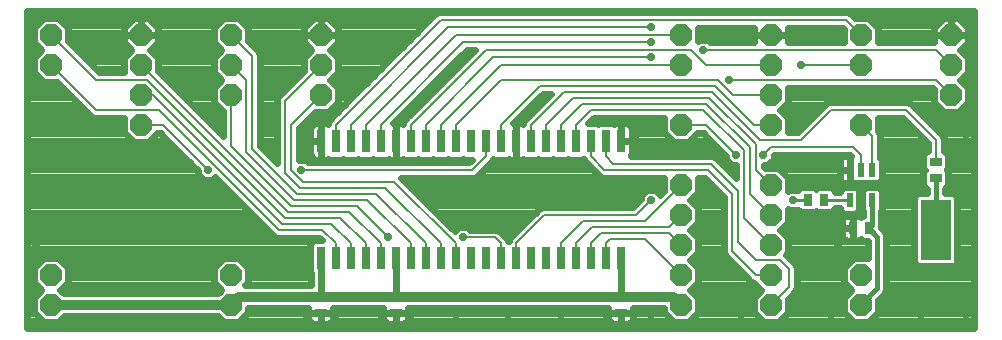
<source format=gtl>
G75*
%MOIN*%
%OFA0B0*%
%FSLAX25Y25*%
%IPPOS*%
%LPD*%
%AMOC8*
5,1,8,0,0,1.08239X$1,22.5*
%
%ADD10R,0.02756X0.07677*%
%ADD11OC8,0.07087*%
%ADD12R,0.10000X0.20000*%
%ADD13R,0.03937X0.02756*%
%ADD14R,0.02165X0.04724*%
%ADD15R,0.02756X0.03937*%
%ADD16C,0.01600*%
%ADD17OC8,0.02375*%
%ADD18C,0.02400*%
%ADD19C,0.00800*%
%ADD20C,0.03200*%
%ADD21C,0.01000*%
D10*
X0102200Y0027712D03*
X0107200Y0027712D03*
X0112200Y0027712D03*
X0117200Y0027712D03*
X0122200Y0027712D03*
X0127200Y0027712D03*
X0132200Y0027712D03*
X0137200Y0027712D03*
X0142200Y0027712D03*
X0147200Y0027712D03*
X0152200Y0027712D03*
X0157200Y0027712D03*
X0162200Y0027712D03*
X0167200Y0027712D03*
X0172200Y0027712D03*
X0177200Y0027712D03*
X0182200Y0027712D03*
X0187200Y0027712D03*
X0192200Y0027712D03*
X0197200Y0027712D03*
X0202200Y0027712D03*
X0202200Y0066688D03*
X0197200Y0066688D03*
X0192200Y0066688D03*
X0187200Y0066688D03*
X0182200Y0066688D03*
X0177200Y0066688D03*
X0172200Y0066688D03*
X0167200Y0066688D03*
X0162200Y0066688D03*
X0157200Y0066688D03*
X0152200Y0066688D03*
X0147200Y0066688D03*
X0142200Y0066688D03*
X0137200Y0066688D03*
X0132200Y0066688D03*
X0127200Y0066688D03*
X0122200Y0066688D03*
X0117200Y0066688D03*
X0112200Y0066688D03*
X0107200Y0066688D03*
X0102200Y0066688D03*
D11*
X0102200Y0082200D03*
X0102200Y0092200D03*
X0102200Y0102200D03*
X0072200Y0102200D03*
X0072200Y0092200D03*
X0072200Y0082200D03*
X0042200Y0082200D03*
X0042200Y0072200D03*
X0042200Y0092200D03*
X0042200Y0102200D03*
X0012200Y0102200D03*
X0012200Y0092200D03*
X0012200Y0022200D03*
X0012200Y0012200D03*
X0072200Y0012200D03*
X0072200Y0022200D03*
X0222200Y0022200D03*
X0222200Y0012200D03*
X0252200Y0012200D03*
X0252200Y0022200D03*
X0252200Y0032200D03*
X0252200Y0042200D03*
X0252200Y0052200D03*
X0222200Y0052200D03*
X0222200Y0042200D03*
X0222200Y0032200D03*
X0282200Y0022200D03*
X0282200Y0012200D03*
X0282200Y0072200D03*
X0252200Y0072200D03*
X0252200Y0082200D03*
X0252200Y0092200D03*
X0252200Y0102200D03*
X0222200Y0102200D03*
X0222200Y0092200D03*
X0222200Y0072200D03*
X0282200Y0092200D03*
X0282200Y0102200D03*
X0312200Y0102200D03*
X0312200Y0092200D03*
X0312200Y0082200D03*
D12*
X0307200Y0037200D03*
D13*
X0307200Y0054444D03*
X0307200Y0059956D03*
X0202200Y0014956D03*
X0202200Y0009444D03*
X0127200Y0009444D03*
X0127200Y0014956D03*
X0102200Y0014956D03*
X0102200Y0009444D03*
D14*
X0278460Y0047082D03*
X0285940Y0047082D03*
X0285940Y0057318D03*
X0282200Y0057318D03*
X0278460Y0057318D03*
D15*
X0269956Y0047200D03*
X0264444Y0047200D03*
X0279444Y0037700D03*
X0284956Y0037700D03*
D16*
X0285940Y0038684D01*
X0285940Y0047082D01*
X0284956Y0037700D02*
X0287700Y0034956D01*
X0287700Y0017700D01*
X0282200Y0012200D01*
X0307200Y0037200D02*
X0307200Y0054444D01*
X0202200Y0066688D02*
X0202200Y0072200D01*
X0167200Y0066688D02*
X0167200Y0060700D01*
X0127200Y0060700D02*
X0127200Y0066688D01*
X0102200Y0066688D02*
X0102200Y0072200D01*
D17*
X0102200Y0072200D03*
X0097200Y0067200D03*
X0095700Y0057200D03*
X0127200Y0060700D03*
X0127200Y0072200D03*
X0167200Y0060700D03*
X0202200Y0072200D03*
X0207200Y0067200D03*
X0240700Y0062200D03*
X0249700Y0062200D03*
X0278200Y0052200D03*
X0286200Y0052200D03*
X0274700Y0042200D03*
X0259700Y0047200D03*
X0274700Y0032200D03*
X0317200Y0037200D03*
X0317200Y0052200D03*
X0317200Y0067200D03*
X0262200Y0092200D03*
X0238200Y0087200D03*
X0229700Y0097200D03*
X0212200Y0094700D03*
X0212200Y0099700D03*
X0212200Y0104700D03*
X0212200Y0047200D03*
X0149700Y0034700D03*
X0124700Y0034700D03*
X0064700Y0057200D03*
X0007200Y0062200D03*
X0007200Y0077200D03*
X0007200Y0097200D03*
X0007200Y0047200D03*
X0007200Y0032200D03*
X0007200Y0017200D03*
X0017200Y0007200D03*
X0032200Y0007200D03*
X0047200Y0007200D03*
X0062200Y0007200D03*
X0077200Y0007200D03*
X0097200Y0007200D03*
X0107200Y0007200D03*
X0122200Y0007200D03*
X0132200Y0007200D03*
X0147200Y0007200D03*
X0164700Y0007200D03*
X0182200Y0007200D03*
X0197200Y0007200D03*
X0212200Y0007200D03*
X0227200Y0007200D03*
X0242200Y0007200D03*
X0257200Y0007200D03*
X0272200Y0007200D03*
X0287200Y0007200D03*
X0302200Y0007200D03*
X0317200Y0007200D03*
X0317200Y0022200D03*
D18*
X0004400Y0004400D02*
X0004400Y0110000D01*
X0320000Y0110000D01*
X0320000Y0004400D01*
X0004400Y0004400D01*
X0004400Y0004599D02*
X0320000Y0004599D01*
X0320000Y0006997D02*
X0285119Y0006997D01*
X0284579Y0006457D02*
X0279821Y0006457D01*
X0276457Y0009821D01*
X0276457Y0014579D01*
X0279078Y0017200D01*
X0276457Y0019821D01*
X0276457Y0024579D01*
X0279821Y0027943D01*
X0284579Y0027943D01*
X0284700Y0027822D01*
X0284700Y0033531D01*
X0282667Y0033531D01*
X0282200Y0033998D01*
X0282173Y0033971D01*
X0281671Y0033681D01*
X0281112Y0033531D01*
X0279444Y0033531D01*
X0279444Y0037700D01*
X0279444Y0037700D01*
X0275866Y0037700D01*
X0275866Y0039958D01*
X0276016Y0040518D01*
X0276306Y0041019D01*
X0276715Y0041429D01*
X0277217Y0041719D01*
X0277777Y0041868D01*
X0279444Y0041868D01*
X0279444Y0037700D01*
X0275866Y0037700D01*
X0275866Y0035442D01*
X0276016Y0034882D01*
X0276306Y0034381D01*
X0276715Y0033971D01*
X0277217Y0033681D01*
X0277777Y0033531D01*
X0279444Y0033531D01*
X0279444Y0037700D01*
X0279444Y0037700D01*
X0279444Y0037700D01*
X0279444Y0041868D01*
X0281112Y0041868D01*
X0281671Y0041719D01*
X0282173Y0041429D01*
X0282200Y0041402D01*
X0282667Y0041868D01*
X0282940Y0041868D01*
X0282940Y0043526D01*
X0282657Y0043808D01*
X0282657Y0050355D01*
X0283946Y0051644D01*
X0287934Y0051644D01*
X0289223Y0050355D01*
X0289223Y0043808D01*
X0288940Y0043526D01*
X0288940Y0038088D01*
X0288902Y0037996D01*
X0290243Y0036655D01*
X0290700Y0035553D01*
X0290700Y0017103D01*
X0290243Y0016001D01*
X0287943Y0013701D01*
X0287943Y0009821D01*
X0284579Y0006457D01*
X0279281Y0006997D02*
X0255119Y0006997D01*
X0254579Y0006457D02*
X0249821Y0006457D01*
X0246457Y0009821D01*
X0246457Y0014579D01*
X0249078Y0017200D01*
X0246674Y0019604D01*
X0245727Y0019996D01*
X0236996Y0028727D01*
X0236600Y0029683D01*
X0236600Y0048123D01*
X0230123Y0054600D01*
X0227922Y0054600D01*
X0227943Y0054579D01*
X0227943Y0049821D01*
X0225322Y0047200D01*
X0227943Y0044579D01*
X0227943Y0039821D01*
X0225322Y0037200D01*
X0227943Y0034579D01*
X0227943Y0029821D01*
X0225322Y0027200D01*
X0227943Y0024579D01*
X0227943Y0019821D01*
X0225322Y0017200D01*
X0227943Y0014579D01*
X0227943Y0009821D01*
X0224579Y0006457D01*
X0219821Y0006457D01*
X0216457Y0009821D01*
X0216457Y0011156D01*
X0206357Y0011156D01*
X0206368Y0011112D01*
X0206368Y0009444D01*
X0202200Y0009444D01*
X0202200Y0005866D01*
X0204458Y0005866D01*
X0205018Y0006016D01*
X0205519Y0006306D01*
X0205929Y0006715D01*
X0206219Y0007217D01*
X0206368Y0007777D01*
X0206368Y0009444D01*
X0202200Y0009444D01*
X0202200Y0009444D01*
X0202200Y0005866D01*
X0199942Y0005866D01*
X0199382Y0006016D01*
X0198881Y0006306D01*
X0198471Y0006715D01*
X0198181Y0007217D01*
X0198031Y0007777D01*
X0198031Y0009444D01*
X0202200Y0009444D01*
X0202200Y0009444D01*
X0202200Y0009444D01*
X0198031Y0009444D01*
X0198031Y0011112D01*
X0198043Y0011156D01*
X0131357Y0011156D01*
X0131368Y0011112D01*
X0131368Y0009444D01*
X0127200Y0009444D01*
X0127200Y0005866D01*
X0129458Y0005866D01*
X0130018Y0006016D01*
X0130519Y0006306D01*
X0130929Y0006715D01*
X0131219Y0007217D01*
X0131368Y0007777D01*
X0131368Y0009444D01*
X0127200Y0009444D01*
X0127200Y0009444D01*
X0127200Y0005866D01*
X0124942Y0005866D01*
X0124382Y0006016D01*
X0123881Y0006306D01*
X0123471Y0006715D01*
X0123181Y0007217D01*
X0123031Y0007777D01*
X0123031Y0009444D01*
X0127200Y0009444D01*
X0127200Y0009444D01*
X0127200Y0009444D01*
X0123031Y0009444D01*
X0123031Y0011112D01*
X0123043Y0011156D01*
X0106357Y0011156D01*
X0106368Y0011112D01*
X0106368Y0009444D01*
X0102200Y0009444D01*
X0102200Y0005866D01*
X0104458Y0005866D01*
X0105018Y0006016D01*
X0105519Y0006306D01*
X0105929Y0006715D01*
X0106219Y0007217D01*
X0106368Y0007777D01*
X0106368Y0009444D01*
X0102200Y0009444D01*
X0102200Y0009444D01*
X0102200Y0005866D01*
X0099942Y0005866D01*
X0099382Y0006016D01*
X0098881Y0006306D01*
X0098471Y0006715D01*
X0098181Y0007217D01*
X0098031Y0007777D01*
X0098031Y0009444D01*
X0102200Y0009444D01*
X0102200Y0009444D01*
X0102200Y0009444D01*
X0098031Y0009444D01*
X0098031Y0011112D01*
X0098043Y0011156D01*
X0077943Y0011156D01*
X0077943Y0009821D01*
X0074579Y0006457D01*
X0069821Y0006457D01*
X0067878Y0008400D01*
X0016522Y0008400D01*
X0014579Y0006457D01*
X0009821Y0006457D01*
X0006457Y0009821D01*
X0006457Y0014579D01*
X0009078Y0017200D01*
X0006457Y0019821D01*
X0006457Y0024579D01*
X0009821Y0027943D01*
X0014579Y0027943D01*
X0017943Y0024579D01*
X0017943Y0019821D01*
X0015322Y0017200D01*
X0016522Y0016000D01*
X0067878Y0016000D01*
X0069078Y0017200D01*
X0066457Y0019821D01*
X0066457Y0024579D01*
X0069821Y0027943D01*
X0074579Y0027943D01*
X0077943Y0024579D01*
X0077943Y0019821D01*
X0076878Y0018756D01*
X0098800Y0018756D01*
X0098800Y0022784D01*
X0098622Y0022962D01*
X0098622Y0032462D01*
X0099911Y0033750D01*
X0102473Y0033750D01*
X0101623Y0034600D01*
X0087683Y0034600D01*
X0086727Y0034996D01*
X0067007Y0054716D01*
X0066103Y0053813D01*
X0063297Y0053813D01*
X0061313Y0055797D01*
X0061313Y0056910D01*
X0048623Y0069600D01*
X0047722Y0069600D01*
X0044579Y0066457D01*
X0039821Y0066457D01*
X0036457Y0069821D01*
X0036457Y0074579D01*
X0036478Y0074600D01*
X0026683Y0074600D01*
X0025727Y0074996D01*
X0024996Y0075727D01*
X0014266Y0086457D01*
X0009821Y0086457D01*
X0006457Y0089821D01*
X0006457Y0094579D01*
X0009078Y0097200D01*
X0006457Y0099821D01*
X0006457Y0104579D01*
X0009821Y0107943D01*
X0014579Y0107943D01*
X0017943Y0104579D01*
X0017943Y0100134D01*
X0028277Y0089800D01*
X0036478Y0089800D01*
X0036457Y0089821D01*
X0036457Y0094579D01*
X0039078Y0097200D01*
X0036457Y0099821D01*
X0036457Y0102200D01*
X0042200Y0102200D01*
X0042200Y0102200D01*
X0042200Y0107943D01*
X0039821Y0107943D01*
X0036457Y0104579D01*
X0036457Y0102200D01*
X0042200Y0102200D01*
X0047943Y0102200D01*
X0042200Y0102200D01*
X0042200Y0102200D01*
X0042200Y0102200D01*
X0042200Y0107943D01*
X0044579Y0107943D01*
X0047943Y0104579D01*
X0047943Y0102200D01*
X0047943Y0099821D01*
X0045322Y0097200D01*
X0047943Y0094579D01*
X0047943Y0090134D01*
X0069600Y0068477D01*
X0069600Y0076678D01*
X0066457Y0079821D01*
X0066457Y0084579D01*
X0069078Y0087200D01*
X0066457Y0089821D01*
X0066457Y0094579D01*
X0069078Y0097200D01*
X0066457Y0099821D01*
X0066457Y0104579D01*
X0069821Y0107943D01*
X0074579Y0107943D01*
X0077943Y0104579D01*
X0077943Y0100134D01*
X0081404Y0096673D01*
X0081800Y0095717D01*
X0081800Y0065277D01*
X0087600Y0059477D01*
X0087600Y0080717D01*
X0087996Y0081673D01*
X0096457Y0090134D01*
X0096457Y0094579D01*
X0099078Y0097200D01*
X0096457Y0099821D01*
X0096457Y0102200D01*
X0102200Y0102200D01*
X0102200Y0102200D01*
X0102200Y0107943D01*
X0099821Y0107943D01*
X0096457Y0104579D01*
X0096457Y0102200D01*
X0102200Y0102200D01*
X0107943Y0102200D01*
X0102200Y0102200D01*
X0102200Y0102200D01*
X0102200Y0102200D01*
X0102200Y0107943D01*
X0104579Y0107943D01*
X0107943Y0104579D01*
X0107943Y0102200D01*
X0107943Y0099821D01*
X0105322Y0097200D01*
X0107943Y0094579D01*
X0107943Y0089821D01*
X0105322Y0087200D01*
X0107943Y0084579D01*
X0107943Y0079821D01*
X0104579Y0076457D01*
X0100134Y0076457D01*
X0094800Y0071123D01*
X0094800Y0060587D01*
X0097103Y0060587D01*
X0097891Y0059800D01*
X0151623Y0059800D01*
X0152473Y0060650D01*
X0149911Y0060650D01*
X0149700Y0060860D01*
X0149489Y0060650D01*
X0144911Y0060650D01*
X0144700Y0060860D01*
X0144489Y0060650D01*
X0139911Y0060650D01*
X0139700Y0060860D01*
X0139489Y0060650D01*
X0134911Y0060650D01*
X0134700Y0060860D01*
X0134489Y0060650D01*
X0129911Y0060650D01*
X0129639Y0060922D01*
X0129427Y0060800D01*
X0128868Y0060650D01*
X0127200Y0060650D01*
X0127200Y0066688D01*
X0127200Y0066688D01*
X0127200Y0060650D01*
X0125532Y0060650D01*
X0124973Y0060800D01*
X0124761Y0060922D01*
X0124489Y0060650D01*
X0119911Y0060650D01*
X0119700Y0060860D01*
X0119489Y0060650D01*
X0114911Y0060650D01*
X0114700Y0060860D01*
X0114489Y0060650D01*
X0109911Y0060650D01*
X0109700Y0060860D01*
X0109489Y0060650D01*
X0104911Y0060650D01*
X0104639Y0060922D01*
X0104427Y0060800D01*
X0103868Y0060650D01*
X0102200Y0060650D01*
X0102200Y0066688D01*
X0102200Y0066688D01*
X0102200Y0060650D01*
X0100532Y0060650D01*
X0099973Y0060800D01*
X0099471Y0061089D01*
X0099062Y0061499D01*
X0098772Y0062000D01*
X0098622Y0062560D01*
X0098622Y0066688D01*
X0102200Y0066688D01*
X0102200Y0066688D01*
X0098622Y0066688D01*
X0098622Y0070816D01*
X0098772Y0071376D01*
X0099062Y0071878D01*
X0099471Y0072287D01*
X0099973Y0072577D01*
X0100532Y0072727D01*
X0102200Y0072727D01*
X0102200Y0066688D01*
X0102200Y0066688D01*
X0102200Y0072727D01*
X0103868Y0072727D01*
X0104427Y0072577D01*
X0104600Y0072477D01*
X0104600Y0072717D01*
X0104996Y0073673D01*
X0105727Y0074404D01*
X0140727Y0109404D01*
X0141683Y0109800D01*
X0277717Y0109800D01*
X0278673Y0109404D01*
X0279404Y0108673D01*
X0279404Y0108673D01*
X0280134Y0107943D01*
X0284579Y0107943D01*
X0287943Y0104579D01*
X0287943Y0099821D01*
X0287922Y0099800D01*
X0306478Y0099800D01*
X0306457Y0099821D01*
X0306457Y0102200D01*
X0312200Y0102200D01*
X0312200Y0102200D01*
X0312200Y0107943D01*
X0309821Y0107943D01*
X0306457Y0104579D01*
X0306457Y0102200D01*
X0312200Y0102200D01*
X0317943Y0102200D01*
X0312200Y0102200D01*
X0312200Y0102200D01*
X0312200Y0102200D01*
X0312200Y0107943D01*
X0314579Y0107943D01*
X0317943Y0104579D01*
X0317943Y0102200D01*
X0317943Y0099821D01*
X0315322Y0097200D01*
X0317943Y0094579D01*
X0317943Y0089821D01*
X0315322Y0087200D01*
X0317943Y0084579D01*
X0317943Y0079821D01*
X0314579Y0076457D01*
X0309821Y0076457D01*
X0306457Y0079821D01*
X0306457Y0084266D01*
X0306123Y0084600D01*
X0257922Y0084600D01*
X0257943Y0084579D01*
X0257943Y0079821D01*
X0255322Y0077200D01*
X0257943Y0074579D01*
X0257943Y0069821D01*
X0257922Y0069800D01*
X0261123Y0069800D01*
X0270727Y0079404D01*
X0271683Y0079800D01*
X0297717Y0079800D01*
X0298673Y0079404D01*
X0309404Y0068673D01*
X0309800Y0067717D01*
X0309800Y0063534D01*
X0310080Y0063534D01*
X0311368Y0062245D01*
X0311368Y0057667D01*
X0310902Y0057200D01*
X0311368Y0056733D01*
X0311368Y0052155D01*
X0310200Y0050986D01*
X0310200Y0049400D01*
X0313111Y0049400D01*
X0314400Y0048111D01*
X0314400Y0026289D01*
X0313111Y0025000D01*
X0301289Y0025000D01*
X0300000Y0026289D01*
X0300000Y0048111D01*
X0301289Y0049400D01*
X0304200Y0049400D01*
X0304200Y0050986D01*
X0303031Y0052155D01*
X0303031Y0056733D01*
X0303498Y0057200D01*
X0303031Y0057667D01*
X0303031Y0062245D01*
X0304320Y0063534D01*
X0304600Y0063534D01*
X0304600Y0066123D01*
X0296123Y0074600D01*
X0287922Y0074600D01*
X0287943Y0074579D01*
X0287943Y0070134D01*
X0288144Y0069933D01*
X0288540Y0068977D01*
X0288540Y0061274D01*
X0289223Y0060592D01*
X0289223Y0054045D01*
X0287934Y0052756D01*
X0280206Y0052756D01*
X0280127Y0052835D01*
X0279832Y0052756D01*
X0278460Y0052756D01*
X0278460Y0057318D01*
X0278460Y0057318D01*
X0278460Y0052756D01*
X0277088Y0052756D01*
X0276528Y0052906D01*
X0276026Y0053195D01*
X0275617Y0053605D01*
X0275327Y0054107D01*
X0275177Y0054666D01*
X0275177Y0057318D01*
X0278460Y0057318D01*
X0278460Y0057318D01*
X0278460Y0061880D01*
X0278843Y0061880D01*
X0278623Y0062100D01*
X0253277Y0062100D01*
X0253087Y0061910D01*
X0253087Y0060797D01*
X0251103Y0058813D01*
X0249800Y0058813D01*
X0249800Y0058277D01*
X0250134Y0057943D01*
X0254579Y0057943D01*
X0257943Y0054579D01*
X0257943Y0050234D01*
X0258297Y0050587D01*
X0261103Y0050587D01*
X0261238Y0050452D01*
X0262155Y0051368D01*
X0266733Y0051368D01*
X0267200Y0050902D01*
X0267667Y0051368D01*
X0272245Y0051368D01*
X0273534Y0050080D01*
X0273534Y0049900D01*
X0275177Y0049900D01*
X0275177Y0050355D01*
X0276466Y0051644D01*
X0280454Y0051644D01*
X0281743Y0050355D01*
X0281743Y0043808D01*
X0280454Y0042520D01*
X0276466Y0042520D01*
X0275177Y0043808D01*
X0275177Y0044500D01*
X0273534Y0044500D01*
X0273534Y0044320D01*
X0272245Y0043031D01*
X0267667Y0043031D01*
X0267200Y0043498D01*
X0266733Y0043031D01*
X0262155Y0043031D01*
X0261238Y0043948D01*
X0261103Y0043813D01*
X0258297Y0043813D01*
X0257943Y0044166D01*
X0257943Y0039821D01*
X0255322Y0037200D01*
X0257943Y0034579D01*
X0257943Y0029821D01*
X0257100Y0028977D01*
X0259673Y0026404D01*
X0260404Y0025673D01*
X0260800Y0024717D01*
X0260800Y0017683D01*
X0260404Y0016727D01*
X0259673Y0015996D01*
X0259673Y0015996D01*
X0257943Y0014266D01*
X0257943Y0009821D01*
X0254579Y0006457D01*
X0249281Y0006997D02*
X0225119Y0006997D01*
X0219281Y0006997D02*
X0206092Y0006997D01*
X0202200Y0006997D02*
X0202200Y0006997D01*
X0198308Y0006997D02*
X0131092Y0006997D01*
X0127200Y0006997D02*
X0127200Y0006997D01*
X0123308Y0006997D02*
X0106092Y0006997D01*
X0106368Y0009396D02*
X0123031Y0009396D01*
X0127200Y0009396D02*
X0127200Y0009396D01*
X0131368Y0009396D02*
X0198031Y0009396D01*
X0202200Y0009396D02*
X0202200Y0009396D01*
X0206368Y0009396D02*
X0216882Y0009396D01*
X0227518Y0009396D02*
X0246882Y0009396D01*
X0246457Y0011794D02*
X0227943Y0011794D01*
X0227943Y0014193D02*
X0246457Y0014193D01*
X0248469Y0016591D02*
X0225931Y0016591D01*
X0227112Y0018990D02*
X0247288Y0018990D01*
X0244335Y0021388D02*
X0227943Y0021388D01*
X0227943Y0023787D02*
X0241936Y0023787D01*
X0239538Y0026185D02*
X0226337Y0026185D01*
X0226706Y0028584D02*
X0237139Y0028584D01*
X0236600Y0030982D02*
X0227943Y0030982D01*
X0227943Y0033381D02*
X0236600Y0033381D01*
X0236600Y0035779D02*
X0226743Y0035779D01*
X0226300Y0038178D02*
X0236600Y0038178D01*
X0236600Y0040576D02*
X0227943Y0040576D01*
X0227943Y0042975D02*
X0236600Y0042975D01*
X0236600Y0045373D02*
X0227149Y0045373D01*
X0225894Y0047772D02*
X0236600Y0047772D01*
X0234553Y0050170D02*
X0227943Y0050170D01*
X0227943Y0052569D02*
X0232154Y0052569D01*
X0240110Y0054967D02*
X0240600Y0054967D01*
X0240600Y0054477D02*
X0240600Y0058813D01*
X0239297Y0058813D01*
X0237313Y0060797D01*
X0237313Y0061910D01*
X0229623Y0069600D01*
X0227722Y0069600D01*
X0224579Y0066457D01*
X0219821Y0066457D01*
X0216457Y0069821D01*
X0216457Y0074579D01*
X0216478Y0074600D01*
X0193277Y0074600D01*
X0191404Y0072727D01*
X0194489Y0072727D01*
X0194700Y0072516D01*
X0194911Y0072727D01*
X0199489Y0072727D01*
X0199761Y0072455D01*
X0199973Y0072577D01*
X0200532Y0072727D01*
X0202200Y0072727D01*
X0202200Y0066688D01*
X0202200Y0066688D01*
X0205778Y0066688D01*
X0205778Y0062560D01*
X0205628Y0062000D01*
X0205512Y0061800D01*
X0232717Y0061800D01*
X0233673Y0061404D01*
X0240600Y0054477D01*
X0240600Y0057366D02*
X0237711Y0057366D01*
X0238345Y0059764D02*
X0235313Y0059764D01*
X0237060Y0062163D02*
X0205672Y0062163D01*
X0205778Y0064561D02*
X0234662Y0064561D01*
X0232263Y0066960D02*
X0225082Y0066960D01*
X0219318Y0066960D02*
X0205778Y0066960D01*
X0205778Y0066688D02*
X0205778Y0070816D01*
X0205628Y0071376D01*
X0205338Y0071878D01*
X0204929Y0072287D01*
X0204427Y0072577D01*
X0203868Y0072727D01*
X0202200Y0072727D01*
X0202200Y0066688D01*
X0205778Y0066688D01*
X0202200Y0066688D02*
X0202200Y0066688D01*
X0202200Y0066960D02*
X0202200Y0066960D01*
X0202200Y0069358D02*
X0202200Y0069358D01*
X0205778Y0069358D02*
X0216919Y0069358D01*
X0216457Y0071757D02*
X0205408Y0071757D01*
X0202200Y0071757D02*
X0202200Y0071757D01*
X0192832Y0074155D02*
X0216457Y0074155D01*
X0227481Y0069358D02*
X0229865Y0069358D01*
X0252055Y0059764D02*
X0275177Y0059764D01*
X0275177Y0059970D02*
X0275177Y0057318D01*
X0278460Y0057318D01*
X0278460Y0057318D01*
X0278460Y0061880D01*
X0277088Y0061880D01*
X0276528Y0061730D01*
X0276026Y0061441D01*
X0275617Y0061031D01*
X0275327Y0060529D01*
X0275177Y0059970D01*
X0278460Y0059764D02*
X0278460Y0059764D01*
X0278460Y0057366D02*
X0278460Y0057366D01*
X0275177Y0057366D02*
X0255156Y0057366D01*
X0257555Y0054967D02*
X0275177Y0054967D01*
X0278460Y0054967D02*
X0278460Y0054967D01*
X0281743Y0050170D02*
X0282657Y0050170D01*
X0282657Y0047772D02*
X0281743Y0047772D01*
X0281743Y0045373D02*
X0282657Y0045373D01*
X0282940Y0042975D02*
X0280909Y0042975D01*
X0279444Y0040576D02*
X0279444Y0040576D01*
X0279444Y0038178D02*
X0279444Y0038178D01*
X0275866Y0038178D02*
X0256300Y0038178D01*
X0257943Y0040576D02*
X0276050Y0040576D01*
X0276011Y0042975D02*
X0257943Y0042975D01*
X0256743Y0035779D02*
X0275866Y0035779D01*
X0279444Y0035779D02*
X0279444Y0035779D01*
X0284700Y0033381D02*
X0257943Y0033381D01*
X0257943Y0030982D02*
X0284700Y0030982D01*
X0284700Y0028584D02*
X0257493Y0028584D01*
X0259892Y0026185D02*
X0278063Y0026185D01*
X0276457Y0023787D02*
X0260800Y0023787D01*
X0260800Y0021388D02*
X0276457Y0021388D01*
X0277288Y0018990D02*
X0260800Y0018990D01*
X0260268Y0016591D02*
X0278469Y0016591D01*
X0276457Y0014193D02*
X0257943Y0014193D01*
X0257943Y0011794D02*
X0276457Y0011794D01*
X0276882Y0009396D02*
X0257518Y0009396D01*
X0287518Y0009396D02*
X0320000Y0009396D01*
X0320000Y0011794D02*
X0287943Y0011794D01*
X0288435Y0014193D02*
X0320000Y0014193D01*
X0320000Y0016591D02*
X0290488Y0016591D01*
X0290700Y0018990D02*
X0320000Y0018990D01*
X0320000Y0021388D02*
X0290700Y0021388D01*
X0290700Y0023787D02*
X0320000Y0023787D01*
X0320000Y0026185D02*
X0314296Y0026185D01*
X0314400Y0028584D02*
X0320000Y0028584D01*
X0320000Y0030982D02*
X0314400Y0030982D01*
X0314400Y0033381D02*
X0320000Y0033381D01*
X0320000Y0035779D02*
X0314400Y0035779D01*
X0314400Y0038178D02*
X0320000Y0038178D01*
X0320000Y0040576D02*
X0314400Y0040576D01*
X0314400Y0042975D02*
X0320000Y0042975D01*
X0320000Y0045373D02*
X0314400Y0045373D01*
X0314400Y0047772D02*
X0320000Y0047772D01*
X0320000Y0050170D02*
X0310200Y0050170D01*
X0311368Y0052569D02*
X0320000Y0052569D01*
X0320000Y0054967D02*
X0311368Y0054967D01*
X0311068Y0057366D02*
X0320000Y0057366D01*
X0320000Y0059764D02*
X0311368Y0059764D01*
X0311368Y0062163D02*
X0320000Y0062163D01*
X0320000Y0064561D02*
X0309800Y0064561D01*
X0309800Y0066960D02*
X0320000Y0066960D01*
X0320000Y0069358D02*
X0308719Y0069358D01*
X0306320Y0071757D02*
X0320000Y0071757D01*
X0320000Y0074155D02*
X0303922Y0074155D01*
X0301523Y0076554D02*
X0309724Y0076554D01*
X0307325Y0078952D02*
X0299125Y0078952D01*
X0306457Y0081351D02*
X0257943Y0081351D01*
X0257943Y0083749D02*
X0306457Y0083749D01*
X0316374Y0086148D02*
X0320000Y0086148D01*
X0320000Y0088546D02*
X0316669Y0088546D01*
X0317943Y0090945D02*
X0320000Y0090945D01*
X0320000Y0093343D02*
X0317943Y0093343D01*
X0316780Y0095742D02*
X0320000Y0095742D01*
X0320000Y0098140D02*
X0316263Y0098140D01*
X0317943Y0100539D02*
X0320000Y0100539D01*
X0320000Y0102937D02*
X0317943Y0102937D01*
X0317186Y0105336D02*
X0320000Y0105336D01*
X0320000Y0107734D02*
X0314788Y0107734D01*
X0312200Y0107734D02*
X0312200Y0107734D01*
X0312200Y0105336D02*
X0312200Y0105336D01*
X0309612Y0107734D02*
X0284788Y0107734D01*
X0287186Y0105336D02*
X0307214Y0105336D01*
X0306457Y0102937D02*
X0287943Y0102937D01*
X0287943Y0100539D02*
X0306457Y0100539D01*
X0312200Y0102937D02*
X0312200Y0102937D01*
X0276457Y0102937D02*
X0257943Y0102937D01*
X0257943Y0102200D02*
X0257943Y0104579D01*
X0257922Y0104600D01*
X0276123Y0104600D01*
X0276457Y0104266D01*
X0276457Y0099821D01*
X0276478Y0099800D01*
X0257922Y0099800D01*
X0257943Y0099821D01*
X0257943Y0102200D01*
X0252200Y0102200D01*
X0252200Y0102200D01*
X0252200Y0102200D01*
X0246457Y0102200D01*
X0246457Y0099821D01*
X0246478Y0099800D01*
X0231891Y0099800D01*
X0231103Y0100587D01*
X0228297Y0100587D01*
X0227943Y0100234D01*
X0227943Y0104579D01*
X0227922Y0104600D01*
X0246478Y0104600D01*
X0246457Y0104579D01*
X0246457Y0102200D01*
X0252200Y0102200D01*
X0257943Y0102200D01*
X0257943Y0100539D02*
X0276457Y0100539D01*
X0246457Y0100539D02*
X0231152Y0100539D01*
X0228248Y0100539D02*
X0227943Y0100539D01*
X0227943Y0102937D02*
X0246457Y0102937D01*
X0257075Y0078952D02*
X0270275Y0078952D01*
X0267877Y0076554D02*
X0255968Y0076554D01*
X0257943Y0074155D02*
X0265478Y0074155D01*
X0263080Y0071757D02*
X0257943Y0071757D01*
X0287943Y0071757D02*
X0298966Y0071757D01*
X0296568Y0074155D02*
X0287943Y0074155D01*
X0288382Y0069358D02*
X0301365Y0069358D01*
X0303763Y0066960D02*
X0288540Y0066960D01*
X0288540Y0064561D02*
X0304600Y0064561D01*
X0303031Y0062163D02*
X0288540Y0062163D01*
X0289223Y0059764D02*
X0303031Y0059764D01*
X0303332Y0057366D02*
X0289223Y0057366D01*
X0289223Y0054967D02*
X0303031Y0054967D01*
X0303031Y0052569D02*
X0257943Y0052569D01*
X0273443Y0050170D02*
X0275177Y0050170D01*
X0289223Y0050170D02*
X0304200Y0050170D01*
X0300000Y0047772D02*
X0289223Y0047772D01*
X0289223Y0045373D02*
X0300000Y0045373D01*
X0300000Y0042975D02*
X0288940Y0042975D01*
X0288940Y0040576D02*
X0300000Y0040576D01*
X0300000Y0038178D02*
X0288940Y0038178D01*
X0290606Y0035779D02*
X0300000Y0035779D01*
X0300000Y0033381D02*
X0290700Y0033381D01*
X0290700Y0030982D02*
X0300000Y0030982D01*
X0300000Y0028584D02*
X0290700Y0028584D01*
X0290700Y0026185D02*
X0300104Y0026185D01*
X0216457Y0050134D02*
X0215257Y0048934D01*
X0213603Y0050587D01*
X0210797Y0050587D01*
X0208813Y0048603D01*
X0208813Y0047490D01*
X0206123Y0044800D01*
X0176183Y0044800D01*
X0175227Y0044404D01*
X0174496Y0043673D01*
X0164996Y0034173D01*
X0164757Y0033597D01*
X0164700Y0033540D01*
X0164643Y0033597D01*
X0164404Y0034173D01*
X0162404Y0036173D01*
X0161673Y0036904D01*
X0160717Y0037300D01*
X0151891Y0037300D01*
X0151103Y0038087D01*
X0148297Y0038087D01*
X0146893Y0036684D01*
X0128977Y0054600D01*
X0153217Y0054600D01*
X0154173Y0054996D01*
X0159404Y0060227D01*
X0159643Y0060803D01*
X0159700Y0060860D01*
X0159911Y0060650D01*
X0164489Y0060650D01*
X0164761Y0060922D01*
X0164973Y0060800D01*
X0165532Y0060650D01*
X0167200Y0060650D01*
X0168868Y0060650D01*
X0169427Y0060800D01*
X0169639Y0060922D01*
X0169911Y0060650D01*
X0174489Y0060650D01*
X0174700Y0060860D01*
X0174911Y0060650D01*
X0179489Y0060650D01*
X0179700Y0060860D01*
X0179911Y0060650D01*
X0184489Y0060650D01*
X0184700Y0060860D01*
X0184911Y0060650D01*
X0189489Y0060650D01*
X0189700Y0060860D01*
X0189757Y0060803D01*
X0189996Y0060227D01*
X0194496Y0055727D01*
X0195227Y0054996D01*
X0196183Y0054600D01*
X0216478Y0054600D01*
X0216457Y0054579D01*
X0216457Y0050134D01*
X0216457Y0050170D02*
X0214020Y0050170D01*
X0216457Y0052569D02*
X0131008Y0052569D01*
X0133407Y0050170D02*
X0210380Y0050170D01*
X0208813Y0047772D02*
X0135805Y0047772D01*
X0138204Y0045373D02*
X0206696Y0045373D01*
X0195296Y0054967D02*
X0154104Y0054967D01*
X0156543Y0057366D02*
X0192857Y0057366D01*
X0194496Y0055727D02*
X0194496Y0055727D01*
X0190459Y0059764D02*
X0158941Y0059764D01*
X0167200Y0060650D02*
X0167200Y0066688D01*
X0167200Y0060650D01*
X0167200Y0062163D02*
X0167200Y0062163D01*
X0167200Y0064561D02*
X0167200Y0064561D01*
X0167200Y0066688D02*
X0167200Y0066688D01*
X0167200Y0072727D01*
X0166404Y0072727D01*
X0176277Y0082600D01*
X0178923Y0082600D01*
X0169996Y0073673D01*
X0169600Y0072717D01*
X0169600Y0072477D01*
X0169427Y0072577D01*
X0168868Y0072727D01*
X0167200Y0072727D01*
X0167200Y0066688D01*
X0167200Y0066688D01*
X0167200Y0066960D02*
X0167200Y0066960D01*
X0167200Y0069358D02*
X0167200Y0069358D01*
X0167200Y0071757D02*
X0167200Y0071757D01*
X0167832Y0074155D02*
X0170478Y0074155D01*
X0170231Y0076554D02*
X0172877Y0076554D01*
X0172629Y0078952D02*
X0175275Y0078952D01*
X0175028Y0081351D02*
X0177674Y0081351D01*
X0149666Y0093343D02*
X0147020Y0093343D01*
X0147268Y0090945D02*
X0144622Y0090945D01*
X0144869Y0088546D02*
X0142223Y0088546D01*
X0142471Y0086148D02*
X0139825Y0086148D01*
X0140072Y0083749D02*
X0137426Y0083749D01*
X0137674Y0081351D02*
X0135028Y0081351D01*
X0135275Y0078952D02*
X0132629Y0078952D01*
X0132877Y0076554D02*
X0130231Y0076554D01*
X0130478Y0074155D02*
X0127832Y0074155D01*
X0127200Y0072727D02*
X0127200Y0066688D01*
X0127200Y0072727D01*
X0126404Y0072727D01*
X0150777Y0097100D01*
X0153423Y0097100D01*
X0129996Y0073673D01*
X0129600Y0072717D01*
X0129600Y0072477D01*
X0129427Y0072577D01*
X0128868Y0072727D01*
X0127200Y0072727D01*
X0127200Y0071757D02*
X0127200Y0071757D01*
X0127200Y0069358D02*
X0127200Y0069358D01*
X0127200Y0066960D02*
X0127200Y0066960D01*
X0127200Y0066688D02*
X0127200Y0066688D01*
X0127200Y0064561D02*
X0127200Y0064561D01*
X0127200Y0062163D02*
X0127200Y0062163D01*
X0102200Y0062163D02*
X0102200Y0062163D01*
X0098728Y0062163D02*
X0094800Y0062163D01*
X0094800Y0064561D02*
X0098622Y0064561D01*
X0098622Y0066960D02*
X0094800Y0066960D01*
X0094800Y0069358D02*
X0098622Y0069358D01*
X0102200Y0069358D02*
X0102200Y0069358D01*
X0102200Y0066960D02*
X0102200Y0066960D01*
X0102200Y0064561D02*
X0102200Y0064561D01*
X0087600Y0064561D02*
X0082516Y0064561D01*
X0081800Y0066960D02*
X0087600Y0066960D01*
X0087600Y0069358D02*
X0081800Y0069358D01*
X0081800Y0071757D02*
X0087600Y0071757D01*
X0087600Y0074155D02*
X0081800Y0074155D01*
X0081800Y0076554D02*
X0087600Y0076554D01*
X0087600Y0078952D02*
X0081800Y0078952D01*
X0081800Y0081351D02*
X0087862Y0081351D01*
X0090072Y0083749D02*
X0081800Y0083749D01*
X0081800Y0086148D02*
X0092471Y0086148D01*
X0094869Y0088546D02*
X0081800Y0088546D01*
X0081800Y0090945D02*
X0096457Y0090945D01*
X0096457Y0093343D02*
X0081800Y0093343D01*
X0081790Y0095742D02*
X0097620Y0095742D01*
X0098137Y0098140D02*
X0079936Y0098140D01*
X0077943Y0100539D02*
X0096457Y0100539D01*
X0096457Y0102937D02*
X0077943Y0102937D01*
X0077186Y0105336D02*
X0097214Y0105336D01*
X0099612Y0107734D02*
X0074788Y0107734D01*
X0069612Y0107734D02*
X0044788Y0107734D01*
X0042200Y0107734D02*
X0042200Y0107734D01*
X0042200Y0105336D02*
X0042200Y0105336D01*
X0039612Y0107734D02*
X0014788Y0107734D01*
X0017186Y0105336D02*
X0037214Y0105336D01*
X0036457Y0102937D02*
X0017943Y0102937D01*
X0017943Y0100539D02*
X0036457Y0100539D01*
X0038137Y0098140D02*
X0019936Y0098140D01*
X0022335Y0095742D02*
X0037620Y0095742D01*
X0036457Y0093343D02*
X0024734Y0093343D01*
X0027132Y0090945D02*
X0036457Y0090945D01*
X0046780Y0095742D02*
X0067620Y0095742D01*
X0068137Y0098140D02*
X0046263Y0098140D01*
X0047943Y0100539D02*
X0066457Y0100539D01*
X0066457Y0102937D02*
X0047943Y0102937D01*
X0047186Y0105336D02*
X0067214Y0105336D01*
X0042200Y0102937D02*
X0042200Y0102937D01*
X0047943Y0093343D02*
X0066457Y0093343D01*
X0066457Y0090945D02*
X0047943Y0090945D01*
X0049531Y0088546D02*
X0067731Y0088546D01*
X0068026Y0086148D02*
X0051929Y0086148D01*
X0054328Y0083749D02*
X0066457Y0083749D01*
X0066457Y0081351D02*
X0056726Y0081351D01*
X0059125Y0078952D02*
X0067325Y0078952D01*
X0069600Y0076554D02*
X0061523Y0076554D01*
X0063922Y0074155D02*
X0069600Y0074155D01*
X0069600Y0071757D02*
X0066320Y0071757D01*
X0068719Y0069358D02*
X0069600Y0069358D01*
X0056060Y0062163D02*
X0004400Y0062163D01*
X0004400Y0064561D02*
X0053662Y0064561D01*
X0051263Y0066960D02*
X0045082Y0066960D01*
X0047481Y0069358D02*
X0048865Y0069358D01*
X0039318Y0066960D02*
X0004400Y0066960D01*
X0004400Y0069358D02*
X0036919Y0069358D01*
X0036457Y0071757D02*
X0004400Y0071757D01*
X0004400Y0074155D02*
X0036457Y0074155D01*
X0024169Y0076554D02*
X0004400Y0076554D01*
X0004400Y0078952D02*
X0021771Y0078952D01*
X0019372Y0081351D02*
X0004400Y0081351D01*
X0004400Y0083749D02*
X0016974Y0083749D01*
X0014575Y0086148D02*
X0004400Y0086148D01*
X0004400Y0088546D02*
X0007731Y0088546D01*
X0006457Y0090945D02*
X0004400Y0090945D01*
X0004400Y0093343D02*
X0006457Y0093343D01*
X0007620Y0095742D02*
X0004400Y0095742D01*
X0004400Y0098140D02*
X0008137Y0098140D01*
X0006457Y0100539D02*
X0004400Y0100539D01*
X0004400Y0102937D02*
X0006457Y0102937D01*
X0007214Y0105336D02*
X0004400Y0105336D01*
X0004400Y0107734D02*
X0009612Y0107734D01*
X0097832Y0074155D02*
X0105478Y0074155D01*
X0104676Y0076554D02*
X0107877Y0076554D01*
X0107075Y0078952D02*
X0110275Y0078952D01*
X0107943Y0081351D02*
X0112674Y0081351D01*
X0115072Y0083749D02*
X0107943Y0083749D01*
X0106374Y0086148D02*
X0117471Y0086148D01*
X0119869Y0088546D02*
X0106669Y0088546D01*
X0107943Y0090945D02*
X0122268Y0090945D01*
X0124666Y0093343D02*
X0107943Y0093343D01*
X0106780Y0095742D02*
X0127065Y0095742D01*
X0129464Y0098140D02*
X0106263Y0098140D01*
X0107943Y0100539D02*
X0131862Y0100539D01*
X0134261Y0102937D02*
X0107943Y0102937D01*
X0107186Y0105336D02*
X0136659Y0105336D01*
X0139058Y0107734D02*
X0104788Y0107734D01*
X0102200Y0107734D02*
X0102200Y0107734D01*
X0102200Y0105336D02*
X0102200Y0105336D01*
X0102200Y0102937D02*
X0102200Y0102937D01*
X0149419Y0095742D02*
X0152065Y0095742D01*
X0102200Y0071757D02*
X0102200Y0071757D01*
X0098992Y0071757D02*
X0095434Y0071757D01*
X0087600Y0062163D02*
X0084914Y0062163D01*
X0087313Y0059764D02*
X0087600Y0059764D01*
X0069154Y0052569D02*
X0004400Y0052569D01*
X0004400Y0050170D02*
X0071553Y0050170D01*
X0073951Y0047772D02*
X0004400Y0047772D01*
X0004400Y0045373D02*
X0076350Y0045373D01*
X0078748Y0042975D02*
X0004400Y0042975D01*
X0004400Y0040576D02*
X0081147Y0040576D01*
X0083545Y0038178D02*
X0004400Y0038178D01*
X0004400Y0035779D02*
X0085944Y0035779D01*
X0098622Y0030982D02*
X0004400Y0030982D01*
X0004400Y0028584D02*
X0098622Y0028584D01*
X0102200Y0027712D02*
X0102200Y0014956D01*
X0098800Y0018990D02*
X0077112Y0018990D01*
X0077943Y0021388D02*
X0098800Y0021388D01*
X0098622Y0023787D02*
X0077943Y0023787D01*
X0076337Y0026185D02*
X0098622Y0026185D01*
X0099541Y0033381D02*
X0004400Y0033381D01*
X0004400Y0026185D02*
X0008063Y0026185D01*
X0006457Y0023787D02*
X0004400Y0023787D01*
X0004400Y0021388D02*
X0006457Y0021388D01*
X0007288Y0018990D02*
X0004400Y0018990D01*
X0004400Y0016591D02*
X0008469Y0016591D01*
X0006457Y0014193D02*
X0004400Y0014193D01*
X0004400Y0011794D02*
X0006457Y0011794D01*
X0006882Y0009396D02*
X0004400Y0009396D01*
X0004400Y0006997D02*
X0009281Y0006997D01*
X0015119Y0006997D02*
X0069281Y0006997D01*
X0075119Y0006997D02*
X0098308Y0006997D01*
X0102200Y0006997D02*
X0102200Y0006997D01*
X0102200Y0009396D02*
X0102200Y0009396D01*
X0098031Y0009396D02*
X0077518Y0009396D01*
X0068469Y0016591D02*
X0015931Y0016591D01*
X0017112Y0018990D02*
X0067288Y0018990D01*
X0066457Y0021388D02*
X0017943Y0021388D01*
X0017943Y0023787D02*
X0066457Y0023787D01*
X0068063Y0026185D02*
X0016337Y0026185D01*
X0004400Y0054967D02*
X0062142Y0054967D01*
X0060857Y0057366D02*
X0004400Y0057366D01*
X0004400Y0059764D02*
X0058459Y0059764D01*
X0127200Y0027712D02*
X0127200Y0014956D01*
X0162798Y0035779D02*
X0166602Y0035779D01*
X0169001Y0038178D02*
X0145399Y0038178D01*
X0143001Y0040576D02*
X0171399Y0040576D01*
X0173798Y0042975D02*
X0140602Y0042975D01*
X0202200Y0027712D02*
X0202200Y0014956D01*
X0314676Y0076554D02*
X0320000Y0076554D01*
X0320000Y0078952D02*
X0317075Y0078952D01*
X0317943Y0081351D02*
X0320000Y0081351D01*
X0320000Y0083749D02*
X0317943Y0083749D01*
D19*
X0312200Y0082200D02*
X0307200Y0087200D01*
X0238200Y0087200D01*
X0234700Y0087200D02*
X0162200Y0087200D01*
X0147200Y0072200D01*
X0147200Y0066688D01*
X0142200Y0066688D02*
X0142200Y0072200D01*
X0162200Y0092200D01*
X0222200Y0092200D01*
X0225700Y0097200D02*
X0230700Y0092200D01*
X0252200Y0092200D01*
X0262200Y0092200D02*
X0282200Y0092200D01*
X0282200Y0102200D02*
X0277200Y0107200D01*
X0142200Y0107200D01*
X0107200Y0072200D01*
X0107200Y0066688D01*
X0112200Y0066688D02*
X0112200Y0072200D01*
X0144700Y0104700D01*
X0212200Y0104700D01*
X0222200Y0102200D02*
X0147200Y0102200D01*
X0117200Y0072200D01*
X0117200Y0066688D01*
X0122200Y0066688D02*
X0122200Y0072200D01*
X0149700Y0099700D01*
X0212200Y0099700D01*
X0212200Y0094700D02*
X0159700Y0094700D01*
X0137200Y0072200D01*
X0137200Y0066688D01*
X0132200Y0066688D02*
X0132200Y0072200D01*
X0157200Y0097200D01*
X0225700Y0097200D01*
X0229700Y0097200D02*
X0307200Y0097200D01*
X0312200Y0092200D01*
X0297200Y0077200D02*
X0272200Y0077200D01*
X0262200Y0067200D01*
X0248700Y0067200D01*
X0232700Y0083200D01*
X0183200Y0083200D01*
X0172200Y0072200D01*
X0172200Y0066688D01*
X0177200Y0066688D02*
X0177200Y0072200D01*
X0186200Y0081200D01*
X0231700Y0081200D01*
X0247200Y0065700D01*
X0247200Y0057200D01*
X0252200Y0052200D01*
X0245200Y0049200D02*
X0252200Y0042200D01*
X0243200Y0041200D02*
X0252200Y0032200D01*
X0247200Y0027200D02*
X0241200Y0033200D01*
X0241200Y0050200D01*
X0232200Y0059200D01*
X0199700Y0059200D01*
X0197200Y0061700D01*
X0197200Y0066688D01*
X0192200Y0066688D02*
X0192200Y0061700D01*
X0196700Y0057200D01*
X0231200Y0057200D01*
X0239200Y0049200D01*
X0239200Y0030200D01*
X0247200Y0022200D01*
X0252200Y0022200D01*
X0255200Y0027200D02*
X0258200Y0024200D01*
X0258200Y0018200D01*
X0252200Y0012200D01*
X0222200Y0022200D02*
X0210200Y0034200D01*
X0198700Y0034200D01*
X0197200Y0032700D01*
X0197200Y0027712D01*
X0192200Y0027712D02*
X0192200Y0032700D01*
X0195700Y0036200D01*
X0218200Y0036200D01*
X0222200Y0032200D01*
X0218200Y0038200D02*
X0222200Y0042200D01*
X0218200Y0038200D02*
X0192700Y0038200D01*
X0187200Y0032700D01*
X0187200Y0027712D01*
X0182200Y0027712D02*
X0182200Y0032700D01*
X0189700Y0040200D01*
X0210200Y0040200D01*
X0222200Y0052200D01*
X0212200Y0047200D02*
X0207200Y0042200D01*
X0176700Y0042200D01*
X0167200Y0032700D01*
X0167200Y0027712D01*
X0162200Y0027712D02*
X0162200Y0032700D01*
X0160200Y0034700D01*
X0149700Y0034700D01*
X0147200Y0032700D02*
X0126700Y0053200D01*
X0096200Y0053200D01*
X0092200Y0057200D01*
X0092200Y0072200D01*
X0102200Y0082200D01*
X0102200Y0092200D02*
X0090200Y0080200D01*
X0090200Y0056200D01*
X0095200Y0051200D01*
X0123700Y0051200D01*
X0142200Y0032700D01*
X0142200Y0027712D01*
X0137200Y0027712D02*
X0137200Y0032700D01*
X0120700Y0049200D01*
X0094200Y0049200D01*
X0079200Y0064200D01*
X0079200Y0095200D01*
X0072200Y0102200D01*
X0072200Y0092200D02*
X0077200Y0087200D01*
X0077200Y0063200D01*
X0093200Y0047200D01*
X0117700Y0047200D01*
X0132200Y0032700D01*
X0132200Y0027712D01*
X0122200Y0027712D02*
X0122200Y0032700D01*
X0111700Y0043200D01*
X0091200Y0043200D01*
X0042200Y0092200D01*
X0044200Y0087200D02*
X0090200Y0041200D01*
X0108700Y0041200D01*
X0117200Y0032700D01*
X0117200Y0027712D01*
X0112200Y0027712D02*
X0112200Y0032700D01*
X0105700Y0039200D01*
X0089200Y0039200D01*
X0046200Y0082200D01*
X0042200Y0082200D01*
X0044200Y0087200D02*
X0027200Y0087200D01*
X0012200Y0102200D01*
X0012200Y0092200D02*
X0027200Y0077200D01*
X0048200Y0077200D01*
X0088200Y0037200D01*
X0102700Y0037200D01*
X0107200Y0032700D01*
X0107200Y0027712D01*
X0114200Y0045200D02*
X0124700Y0034700D01*
X0147200Y0032700D02*
X0147200Y0027712D01*
X0114200Y0045200D02*
X0092200Y0045200D01*
X0072200Y0065200D01*
X0072200Y0082200D01*
X0049700Y0072200D02*
X0064700Y0057200D01*
X0095700Y0057200D02*
X0152700Y0057200D01*
X0157200Y0061700D01*
X0157200Y0066688D01*
X0162200Y0066688D02*
X0162200Y0072200D01*
X0175200Y0085200D01*
X0233700Y0085200D01*
X0246700Y0072200D01*
X0252200Y0072200D01*
X0252200Y0064700D02*
X0249700Y0062200D01*
X0252200Y0064700D02*
X0279700Y0064700D01*
X0282200Y0062200D01*
X0282200Y0057318D01*
X0285940Y0057318D02*
X0285940Y0068460D01*
X0282200Y0072200D01*
X0297200Y0077200D02*
X0307200Y0067200D01*
X0307200Y0059956D01*
X0252200Y0082200D02*
X0239700Y0082200D01*
X0234700Y0087200D01*
X0230700Y0079200D02*
X0245200Y0064700D01*
X0245200Y0049200D01*
X0243200Y0041200D02*
X0243200Y0063700D01*
X0229700Y0077200D01*
X0192200Y0077200D01*
X0187200Y0072200D01*
X0187200Y0066688D01*
X0182200Y0066688D02*
X0182200Y0072200D01*
X0189200Y0079200D01*
X0230700Y0079200D01*
X0230700Y0072200D02*
X0222200Y0072200D01*
X0230700Y0072200D02*
X0240700Y0062200D01*
X0247200Y0027200D02*
X0255200Y0027200D01*
X0049700Y0072200D02*
X0042200Y0072200D01*
D20*
X0074956Y0014956D02*
X0102200Y0014956D01*
X0127200Y0014956D01*
X0202200Y0014956D01*
X0219444Y0014956D01*
X0222200Y0012200D01*
X0074956Y0014956D02*
X0072200Y0012200D01*
X0012200Y0012200D01*
D21*
X0259700Y0047200D02*
X0264444Y0047200D01*
X0269956Y0047200D02*
X0278460Y0047200D01*
X0278460Y0047082D01*
M02*

</source>
